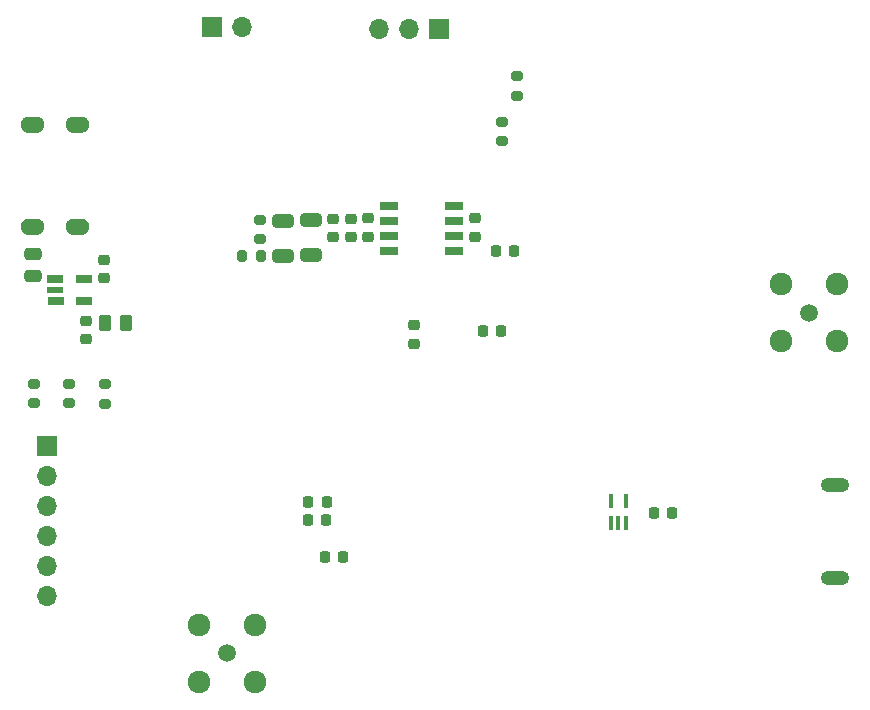
<source format=gbr>
%TF.GenerationSoftware,KiCad,Pcbnew,(6.0.2)*%
%TF.CreationDate,2022-09-17T14:06:51-08:00*%
%TF.ProjectId,HERTZ200,48455254-5a32-4303-902e-6b696361645f,VERSION 1*%
%TF.SameCoordinates,Original*%
%TF.FileFunction,Soldermask,Bot*%
%TF.FilePolarity,Negative*%
%FSLAX46Y46*%
G04 Gerber Fmt 4.6, Leading zero omitted, Abs format (unit mm)*
G04 Created by KiCad (PCBNEW (6.0.2)) date 2022-09-17 14:06:51*
%MOMM*%
%LPD*%
G01*
G04 APERTURE LIST*
G04 Aperture macros list*
%AMRoundRect*
0 Rectangle with rounded corners*
0 $1 Rounding radius*
0 $2 $3 $4 $5 $6 $7 $8 $9 X,Y pos of 4 corners*
0 Add a 4 corners polygon primitive as box body*
4,1,4,$2,$3,$4,$5,$6,$7,$8,$9,$2,$3,0*
0 Add four circle primitives for the rounded corners*
1,1,$1+$1,$2,$3*
1,1,$1+$1,$4,$5*
1,1,$1+$1,$6,$7*
1,1,$1+$1,$8,$9*
0 Add four rect primitives between the rounded corners*
20,1,$1+$1,$2,$3,$4,$5,0*
20,1,$1+$1,$4,$5,$6,$7,0*
20,1,$1+$1,$6,$7,$8,$9,0*
20,1,$1+$1,$8,$9,$2,$3,0*%
G04 Aperture macros list end*
%ADD10C,0.010000*%
%ADD11C,1.508000*%
%ADD12C,1.920000*%
%ADD13R,1.700000X1.700000*%
%ADD14O,1.700000X1.700000*%
%ADD15O,2.416000X1.208000*%
%ADD16RoundRect,0.225000X-0.250000X0.225000X-0.250000X-0.225000X0.250000X-0.225000X0.250000X0.225000X0*%
%ADD17RoundRect,0.225000X0.250000X-0.225000X0.250000X0.225000X-0.250000X0.225000X-0.250000X-0.225000X0*%
%ADD18RoundRect,0.250000X-0.650000X0.325000X-0.650000X-0.325000X0.650000X-0.325000X0.650000X0.325000X0*%
%ADD19RoundRect,0.200000X0.275000X-0.200000X0.275000X0.200000X-0.275000X0.200000X-0.275000X-0.200000X0*%
%ADD20RoundRect,0.225000X-0.225000X-0.250000X0.225000X-0.250000X0.225000X0.250000X-0.225000X0.250000X0*%
%ADD21RoundRect,0.225000X0.225000X0.250000X-0.225000X0.250000X-0.225000X-0.250000X0.225000X-0.250000X0*%
%ADD22RoundRect,0.250000X0.262500X0.450000X-0.262500X0.450000X-0.262500X-0.450000X0.262500X-0.450000X0*%
%ADD23R,0.400000X1.230000*%
%ADD24R,1.525000X0.700000*%
%ADD25RoundRect,0.200000X-0.275000X0.200000X-0.275000X-0.200000X0.275000X-0.200000X0.275000X0.200000X0*%
%ADD26RoundRect,0.250000X-0.475000X0.250000X-0.475000X-0.250000X0.475000X-0.250000X0.475000X0.250000X0*%
%ADD27R,1.329200X0.665800*%
%ADD28R,1.350000X0.600000*%
%ADD29R,1.380000X0.665800*%
%ADD30RoundRect,0.200000X0.200000X0.275000X-0.200000X0.275000X-0.200000X-0.275000X0.200000X-0.275000X0*%
G04 APERTURE END LIST*
D10*
%TO.C,J8*%
X33759788Y-47931800D02*
X33758788Y-47897800D01*
X33758788Y-47897800D02*
X33755788Y-47863800D01*
X33755788Y-47863800D02*
X33751788Y-47829800D01*
X33751788Y-47829800D02*
X33745788Y-47796800D01*
X33745788Y-47796800D02*
X33737788Y-47763800D01*
X33737788Y-47763800D02*
X33727788Y-47730800D01*
X33727788Y-47730800D02*
X33716788Y-47698800D01*
X33716788Y-47698800D02*
X33703788Y-47667800D01*
X33703788Y-47667800D02*
X33688788Y-47636800D01*
X33688788Y-47636800D02*
X33672788Y-47606800D01*
X33672788Y-47606800D02*
X33654788Y-47577800D01*
X33654788Y-47577800D02*
X33635788Y-47549800D01*
X33635788Y-47549800D02*
X33614788Y-47522800D01*
X33614788Y-47522800D02*
X33592788Y-47496800D01*
X33592788Y-47496800D02*
X33569788Y-47471800D01*
X33569788Y-47471800D02*
X33544788Y-47448800D01*
X33544788Y-47448800D02*
X33518788Y-47426800D01*
X33518788Y-47426800D02*
X33491788Y-47405800D01*
X33491788Y-47405800D02*
X33463788Y-47386800D01*
X33463788Y-47386800D02*
X33434788Y-47368800D01*
X33434788Y-47368800D02*
X33404788Y-47352800D01*
X33404788Y-47352800D02*
X33373788Y-47337800D01*
X33373788Y-47337800D02*
X33342788Y-47324800D01*
X33342788Y-47324800D02*
X33310788Y-47313800D01*
X33310788Y-47313800D02*
X33277788Y-47303800D01*
X33277788Y-47303800D02*
X33244788Y-47295800D01*
X33244788Y-47295800D02*
X33211788Y-47289800D01*
X33211788Y-47289800D02*
X33177788Y-47285800D01*
X33177788Y-47285800D02*
X33143788Y-47282800D01*
X33143788Y-47282800D02*
X33109788Y-47281800D01*
X33109788Y-47281800D02*
X32509788Y-47281800D01*
X32509788Y-47281800D02*
X32475788Y-47282800D01*
X32475788Y-47282800D02*
X32441788Y-47285800D01*
X32441788Y-47285800D02*
X32407788Y-47289800D01*
X32407788Y-47289800D02*
X32374788Y-47295800D01*
X32374788Y-47295800D02*
X32341788Y-47303800D01*
X32341788Y-47303800D02*
X32308788Y-47313800D01*
X32308788Y-47313800D02*
X32276788Y-47324800D01*
X32276788Y-47324800D02*
X32245788Y-47337800D01*
X32245788Y-47337800D02*
X32214788Y-47352800D01*
X32214788Y-47352800D02*
X32184788Y-47368800D01*
X32184788Y-47368800D02*
X32155788Y-47386800D01*
X32155788Y-47386800D02*
X32127788Y-47405800D01*
X32127788Y-47405800D02*
X32100788Y-47426800D01*
X32100788Y-47426800D02*
X32074788Y-47448800D01*
X32074788Y-47448800D02*
X32049788Y-47471800D01*
X32049788Y-47471800D02*
X32026788Y-47496800D01*
X32026788Y-47496800D02*
X32004788Y-47522800D01*
X32004788Y-47522800D02*
X31983788Y-47549800D01*
X31983788Y-47549800D02*
X31964788Y-47577800D01*
X31964788Y-47577800D02*
X31946788Y-47606800D01*
X31946788Y-47606800D02*
X31930788Y-47636800D01*
X31930788Y-47636800D02*
X31915788Y-47667800D01*
X31915788Y-47667800D02*
X31902788Y-47698800D01*
X31902788Y-47698800D02*
X31891788Y-47730800D01*
X31891788Y-47730800D02*
X31881788Y-47763800D01*
X31881788Y-47763800D02*
X31873788Y-47796800D01*
X31873788Y-47796800D02*
X31867788Y-47829800D01*
X31867788Y-47829800D02*
X31863788Y-47863800D01*
X31863788Y-47863800D02*
X31860788Y-47897800D01*
X31860788Y-47897800D02*
X31859788Y-47931800D01*
X31859788Y-47931800D02*
X31860788Y-47965800D01*
X31860788Y-47965800D02*
X31863788Y-47999800D01*
X31863788Y-47999800D02*
X31867788Y-48033800D01*
X31867788Y-48033800D02*
X31873788Y-48066800D01*
X31873788Y-48066800D02*
X31881788Y-48099800D01*
X31881788Y-48099800D02*
X31891788Y-48132800D01*
X31891788Y-48132800D02*
X31902788Y-48164800D01*
X31902788Y-48164800D02*
X31915788Y-48195800D01*
X31915788Y-48195800D02*
X31930788Y-48226800D01*
X31930788Y-48226800D02*
X31946788Y-48256800D01*
X31946788Y-48256800D02*
X31964788Y-48285800D01*
X31964788Y-48285800D02*
X31983788Y-48313800D01*
X31983788Y-48313800D02*
X32004788Y-48340800D01*
X32004788Y-48340800D02*
X32026788Y-48366800D01*
X32026788Y-48366800D02*
X32049788Y-48391800D01*
X32049788Y-48391800D02*
X32074788Y-48414800D01*
X32074788Y-48414800D02*
X32100788Y-48436800D01*
X32100788Y-48436800D02*
X32127788Y-48457800D01*
X32127788Y-48457800D02*
X32155788Y-48476800D01*
X32155788Y-48476800D02*
X32184788Y-48494800D01*
X32184788Y-48494800D02*
X32214788Y-48510800D01*
X32214788Y-48510800D02*
X32245788Y-48525800D01*
X32245788Y-48525800D02*
X32276788Y-48538800D01*
X32276788Y-48538800D02*
X32308788Y-48549800D01*
X32308788Y-48549800D02*
X32341788Y-48559800D01*
X32341788Y-48559800D02*
X32374788Y-48567800D01*
X32374788Y-48567800D02*
X32407788Y-48573800D01*
X32407788Y-48573800D02*
X32441788Y-48577800D01*
X32441788Y-48577800D02*
X32475788Y-48580800D01*
X32475788Y-48580800D02*
X32509788Y-48581800D01*
X32509788Y-48581800D02*
X33109788Y-48581800D01*
X33109788Y-48581800D02*
X33143788Y-48580800D01*
X33143788Y-48580800D02*
X33177788Y-48577800D01*
X33177788Y-48577800D02*
X33211788Y-48573800D01*
X33211788Y-48573800D02*
X33244788Y-48567800D01*
X33244788Y-48567800D02*
X33277788Y-48559800D01*
X33277788Y-48559800D02*
X33310788Y-48549800D01*
X33310788Y-48549800D02*
X33342788Y-48538800D01*
X33342788Y-48538800D02*
X33373788Y-48525800D01*
X33373788Y-48525800D02*
X33404788Y-48510800D01*
X33404788Y-48510800D02*
X33434788Y-48494800D01*
X33434788Y-48494800D02*
X33463788Y-48476800D01*
X33463788Y-48476800D02*
X33491788Y-48457800D01*
X33491788Y-48457800D02*
X33518788Y-48436800D01*
X33518788Y-48436800D02*
X33544788Y-48414800D01*
X33544788Y-48414800D02*
X33569788Y-48391800D01*
X33569788Y-48391800D02*
X33592788Y-48366800D01*
X33592788Y-48366800D02*
X33614788Y-48340800D01*
X33614788Y-48340800D02*
X33635788Y-48313800D01*
X33635788Y-48313800D02*
X33654788Y-48285800D01*
X33654788Y-48285800D02*
X33672788Y-48256800D01*
X33672788Y-48256800D02*
X33688788Y-48226800D01*
X33688788Y-48226800D02*
X33703788Y-48195800D01*
X33703788Y-48195800D02*
X33716788Y-48164800D01*
X33716788Y-48164800D02*
X33727788Y-48132800D01*
X33727788Y-48132800D02*
X33737788Y-48099800D01*
X33737788Y-48099800D02*
X33745788Y-48066800D01*
X33745788Y-48066800D02*
X33751788Y-48033800D01*
X33751788Y-48033800D02*
X33755788Y-47999800D01*
X33755788Y-47999800D02*
X33758788Y-47965800D01*
X33758788Y-47965800D02*
X33759788Y-47931800D01*
X33759788Y-47931800D02*
X33759788Y-47931800D01*
G36*
X33143788Y-47282800D02*
G01*
X33177788Y-47285800D01*
X33211788Y-47289800D01*
X33244788Y-47295800D01*
X33277788Y-47303800D01*
X33310788Y-47313800D01*
X33342788Y-47324800D01*
X33373788Y-47337800D01*
X33404788Y-47352800D01*
X33434788Y-47368800D01*
X33463788Y-47386800D01*
X33491788Y-47405800D01*
X33518788Y-47426800D01*
X33544788Y-47448800D01*
X33569788Y-47471800D01*
X33592788Y-47496800D01*
X33614788Y-47522800D01*
X33635788Y-47549800D01*
X33654788Y-47577800D01*
X33672788Y-47606800D01*
X33688788Y-47636800D01*
X33703788Y-47667800D01*
X33716788Y-47698800D01*
X33727788Y-47730800D01*
X33737788Y-47763800D01*
X33745788Y-47796800D01*
X33751788Y-47829800D01*
X33755788Y-47863800D01*
X33758788Y-47897800D01*
X33759788Y-47931800D01*
X33758788Y-47965800D01*
X33755788Y-47999800D01*
X33751788Y-48033800D01*
X33745788Y-48066800D01*
X33737788Y-48099800D01*
X33727788Y-48132800D01*
X33716788Y-48164800D01*
X33703788Y-48195800D01*
X33688788Y-48226800D01*
X33672788Y-48256800D01*
X33654788Y-48285800D01*
X33635788Y-48313800D01*
X33614788Y-48340800D01*
X33592788Y-48366800D01*
X33569788Y-48391800D01*
X33544788Y-48414800D01*
X33518788Y-48436800D01*
X33491788Y-48457800D01*
X33463788Y-48476800D01*
X33434788Y-48494800D01*
X33404788Y-48510800D01*
X33373788Y-48525800D01*
X33342788Y-48538800D01*
X33310788Y-48549800D01*
X33277788Y-48559800D01*
X33244788Y-48567800D01*
X33211788Y-48573800D01*
X33177788Y-48577800D01*
X33143788Y-48580800D01*
X33109788Y-48581800D01*
X32509788Y-48581800D01*
X32475788Y-48580800D01*
X32441788Y-48577800D01*
X32407788Y-48573800D01*
X32374788Y-48567800D01*
X32341788Y-48559800D01*
X32308788Y-48549800D01*
X32276788Y-48538800D01*
X32245788Y-48525800D01*
X32214788Y-48510800D01*
X32184788Y-48494800D01*
X32155788Y-48476800D01*
X32127788Y-48457800D01*
X32100788Y-48436800D01*
X32074788Y-48414800D01*
X32049788Y-48391800D01*
X32026788Y-48366800D01*
X32004788Y-48340800D01*
X31983788Y-48313800D01*
X31964788Y-48285800D01*
X31946788Y-48256800D01*
X31930788Y-48226800D01*
X31915788Y-48195800D01*
X31902788Y-48164800D01*
X31891788Y-48132800D01*
X31881788Y-48099800D01*
X31873788Y-48066800D01*
X31867788Y-48033800D01*
X31863788Y-47999800D01*
X31860788Y-47965800D01*
X31859788Y-47931800D01*
X31860788Y-47897800D01*
X31863788Y-47863800D01*
X31867788Y-47829800D01*
X31873788Y-47796800D01*
X31881788Y-47763800D01*
X31891788Y-47730800D01*
X31902788Y-47698800D01*
X31915788Y-47667800D01*
X31930788Y-47636800D01*
X31946788Y-47606800D01*
X31964788Y-47577800D01*
X31983788Y-47549800D01*
X32004788Y-47522800D01*
X32026788Y-47496800D01*
X32049788Y-47471800D01*
X32074788Y-47448800D01*
X32100788Y-47426800D01*
X32127788Y-47405800D01*
X32155788Y-47386800D01*
X32184788Y-47368800D01*
X32214788Y-47352800D01*
X32245788Y-47337800D01*
X32276788Y-47324800D01*
X32308788Y-47313800D01*
X32341788Y-47303800D01*
X32374788Y-47295800D01*
X32407788Y-47289800D01*
X32441788Y-47285800D01*
X32475788Y-47282800D01*
X32509788Y-47281800D01*
X33109788Y-47281800D01*
X33143788Y-47282800D01*
G37*
X33143788Y-47282800D02*
X33177788Y-47285800D01*
X33211788Y-47289800D01*
X33244788Y-47295800D01*
X33277788Y-47303800D01*
X33310788Y-47313800D01*
X33342788Y-47324800D01*
X33373788Y-47337800D01*
X33404788Y-47352800D01*
X33434788Y-47368800D01*
X33463788Y-47386800D01*
X33491788Y-47405800D01*
X33518788Y-47426800D01*
X33544788Y-47448800D01*
X33569788Y-47471800D01*
X33592788Y-47496800D01*
X33614788Y-47522800D01*
X33635788Y-47549800D01*
X33654788Y-47577800D01*
X33672788Y-47606800D01*
X33688788Y-47636800D01*
X33703788Y-47667800D01*
X33716788Y-47698800D01*
X33727788Y-47730800D01*
X33737788Y-47763800D01*
X33745788Y-47796800D01*
X33751788Y-47829800D01*
X33755788Y-47863800D01*
X33758788Y-47897800D01*
X33759788Y-47931800D01*
X33758788Y-47965800D01*
X33755788Y-47999800D01*
X33751788Y-48033800D01*
X33745788Y-48066800D01*
X33737788Y-48099800D01*
X33727788Y-48132800D01*
X33716788Y-48164800D01*
X33703788Y-48195800D01*
X33688788Y-48226800D01*
X33672788Y-48256800D01*
X33654788Y-48285800D01*
X33635788Y-48313800D01*
X33614788Y-48340800D01*
X33592788Y-48366800D01*
X33569788Y-48391800D01*
X33544788Y-48414800D01*
X33518788Y-48436800D01*
X33491788Y-48457800D01*
X33463788Y-48476800D01*
X33434788Y-48494800D01*
X33404788Y-48510800D01*
X33373788Y-48525800D01*
X33342788Y-48538800D01*
X33310788Y-48549800D01*
X33277788Y-48559800D01*
X33244788Y-48567800D01*
X33211788Y-48573800D01*
X33177788Y-48577800D01*
X33143788Y-48580800D01*
X33109788Y-48581800D01*
X32509788Y-48581800D01*
X32475788Y-48580800D01*
X32441788Y-48577800D01*
X32407788Y-48573800D01*
X32374788Y-48567800D01*
X32341788Y-48559800D01*
X32308788Y-48549800D01*
X32276788Y-48538800D01*
X32245788Y-48525800D01*
X32214788Y-48510800D01*
X32184788Y-48494800D01*
X32155788Y-48476800D01*
X32127788Y-48457800D01*
X32100788Y-48436800D01*
X32074788Y-48414800D01*
X32049788Y-48391800D01*
X32026788Y-48366800D01*
X32004788Y-48340800D01*
X31983788Y-48313800D01*
X31964788Y-48285800D01*
X31946788Y-48256800D01*
X31930788Y-48226800D01*
X31915788Y-48195800D01*
X31902788Y-48164800D01*
X31891788Y-48132800D01*
X31881788Y-48099800D01*
X31873788Y-48066800D01*
X31867788Y-48033800D01*
X31863788Y-47999800D01*
X31860788Y-47965800D01*
X31859788Y-47931800D01*
X31860788Y-47897800D01*
X31863788Y-47863800D01*
X31867788Y-47829800D01*
X31873788Y-47796800D01*
X31881788Y-47763800D01*
X31891788Y-47730800D01*
X31902788Y-47698800D01*
X31915788Y-47667800D01*
X31930788Y-47636800D01*
X31946788Y-47606800D01*
X31964788Y-47577800D01*
X31983788Y-47549800D01*
X32004788Y-47522800D01*
X32026788Y-47496800D01*
X32049788Y-47471800D01*
X32074788Y-47448800D01*
X32100788Y-47426800D01*
X32127788Y-47405800D01*
X32155788Y-47386800D01*
X32184788Y-47368800D01*
X32214788Y-47352800D01*
X32245788Y-47337800D01*
X32276788Y-47324800D01*
X32308788Y-47313800D01*
X32341788Y-47303800D01*
X32374788Y-47295800D01*
X32407788Y-47289800D01*
X32441788Y-47285800D01*
X32475788Y-47282800D01*
X32509788Y-47281800D01*
X33109788Y-47281800D01*
X33143788Y-47282800D01*
X37559788Y-39291800D02*
X37558788Y-39257800D01*
X37558788Y-39257800D02*
X37555788Y-39223800D01*
X37555788Y-39223800D02*
X37551788Y-39189800D01*
X37551788Y-39189800D02*
X37545788Y-39156800D01*
X37545788Y-39156800D02*
X37537788Y-39123800D01*
X37537788Y-39123800D02*
X37527788Y-39090800D01*
X37527788Y-39090800D02*
X37516788Y-39058800D01*
X37516788Y-39058800D02*
X37503788Y-39027800D01*
X37503788Y-39027800D02*
X37488788Y-38996800D01*
X37488788Y-38996800D02*
X37472788Y-38966800D01*
X37472788Y-38966800D02*
X37454788Y-38937800D01*
X37454788Y-38937800D02*
X37435788Y-38909800D01*
X37435788Y-38909800D02*
X37414788Y-38882800D01*
X37414788Y-38882800D02*
X37392788Y-38856800D01*
X37392788Y-38856800D02*
X37369788Y-38831800D01*
X37369788Y-38831800D02*
X37344788Y-38808800D01*
X37344788Y-38808800D02*
X37318788Y-38786800D01*
X37318788Y-38786800D02*
X37291788Y-38765800D01*
X37291788Y-38765800D02*
X37263788Y-38746800D01*
X37263788Y-38746800D02*
X37234788Y-38728800D01*
X37234788Y-38728800D02*
X37204788Y-38712800D01*
X37204788Y-38712800D02*
X37173788Y-38697800D01*
X37173788Y-38697800D02*
X37142788Y-38684800D01*
X37142788Y-38684800D02*
X37110788Y-38673800D01*
X37110788Y-38673800D02*
X37077788Y-38663800D01*
X37077788Y-38663800D02*
X37044788Y-38655800D01*
X37044788Y-38655800D02*
X37011788Y-38649800D01*
X37011788Y-38649800D02*
X36977788Y-38645800D01*
X36977788Y-38645800D02*
X36943788Y-38642800D01*
X36943788Y-38642800D02*
X36909788Y-38641800D01*
X36909788Y-38641800D02*
X36309788Y-38641800D01*
X36309788Y-38641800D02*
X36275788Y-38642800D01*
X36275788Y-38642800D02*
X36241788Y-38645800D01*
X36241788Y-38645800D02*
X36207788Y-38649800D01*
X36207788Y-38649800D02*
X36174788Y-38655800D01*
X36174788Y-38655800D02*
X36141788Y-38663800D01*
X36141788Y-38663800D02*
X36108788Y-38673800D01*
X36108788Y-38673800D02*
X36076788Y-38684800D01*
X36076788Y-38684800D02*
X36045788Y-38697800D01*
X36045788Y-38697800D02*
X36014788Y-38712800D01*
X36014788Y-38712800D02*
X35984788Y-38728800D01*
X35984788Y-38728800D02*
X35955788Y-38746800D01*
X35955788Y-38746800D02*
X35927788Y-38765800D01*
X35927788Y-38765800D02*
X35900788Y-38786800D01*
X35900788Y-38786800D02*
X35874788Y-38808800D01*
X35874788Y-38808800D02*
X35849788Y-38831800D01*
X35849788Y-38831800D02*
X35826788Y-38856800D01*
X35826788Y-38856800D02*
X35804788Y-38882800D01*
X35804788Y-38882800D02*
X35783788Y-38909800D01*
X35783788Y-38909800D02*
X35764788Y-38937800D01*
X35764788Y-38937800D02*
X35746788Y-38966800D01*
X35746788Y-38966800D02*
X35730788Y-38996800D01*
X35730788Y-38996800D02*
X35715788Y-39027800D01*
X35715788Y-39027800D02*
X35702788Y-39058800D01*
X35702788Y-39058800D02*
X35691788Y-39090800D01*
X35691788Y-39090800D02*
X35681788Y-39123800D01*
X35681788Y-39123800D02*
X35673788Y-39156800D01*
X35673788Y-39156800D02*
X35667788Y-39189800D01*
X35667788Y-39189800D02*
X35663788Y-39223800D01*
X35663788Y-39223800D02*
X35660788Y-39257800D01*
X35660788Y-39257800D02*
X35659788Y-39291800D01*
X35659788Y-39291800D02*
X35660788Y-39325800D01*
X35660788Y-39325800D02*
X35663788Y-39359800D01*
X35663788Y-39359800D02*
X35667788Y-39393800D01*
X35667788Y-39393800D02*
X35673788Y-39426800D01*
X35673788Y-39426800D02*
X35681788Y-39459800D01*
X35681788Y-39459800D02*
X35691788Y-39492800D01*
X35691788Y-39492800D02*
X35702788Y-39524800D01*
X35702788Y-39524800D02*
X35715788Y-39555800D01*
X35715788Y-39555800D02*
X35730788Y-39586800D01*
X35730788Y-39586800D02*
X35746788Y-39616800D01*
X35746788Y-39616800D02*
X35764788Y-39645800D01*
X35764788Y-39645800D02*
X35783788Y-39673800D01*
X35783788Y-39673800D02*
X35804788Y-39700800D01*
X35804788Y-39700800D02*
X35826788Y-39726800D01*
X35826788Y-39726800D02*
X35849788Y-39751800D01*
X35849788Y-39751800D02*
X35874788Y-39774800D01*
X35874788Y-39774800D02*
X35900788Y-39796800D01*
X35900788Y-39796800D02*
X35927788Y-39817800D01*
X35927788Y-39817800D02*
X35955788Y-39836800D01*
X35955788Y-39836800D02*
X35984788Y-39854800D01*
X35984788Y-39854800D02*
X36014788Y-39870800D01*
X36014788Y-39870800D02*
X36045788Y-39885800D01*
X36045788Y-39885800D02*
X36076788Y-39898800D01*
X36076788Y-39898800D02*
X36108788Y-39909800D01*
X36108788Y-39909800D02*
X36141788Y-39919800D01*
X36141788Y-39919800D02*
X36174788Y-39927800D01*
X36174788Y-39927800D02*
X36207788Y-39933800D01*
X36207788Y-39933800D02*
X36241788Y-39937800D01*
X36241788Y-39937800D02*
X36275788Y-39940800D01*
X36275788Y-39940800D02*
X36309788Y-39941800D01*
X36309788Y-39941800D02*
X36909788Y-39941800D01*
X36909788Y-39941800D02*
X36943788Y-39940800D01*
X36943788Y-39940800D02*
X36977788Y-39937800D01*
X36977788Y-39937800D02*
X37011788Y-39933800D01*
X37011788Y-39933800D02*
X37044788Y-39927800D01*
X37044788Y-39927800D02*
X37077788Y-39919800D01*
X37077788Y-39919800D02*
X37110788Y-39909800D01*
X37110788Y-39909800D02*
X37142788Y-39898800D01*
X37142788Y-39898800D02*
X37173788Y-39885800D01*
X37173788Y-39885800D02*
X37204788Y-39870800D01*
X37204788Y-39870800D02*
X37234788Y-39854800D01*
X37234788Y-39854800D02*
X37263788Y-39836800D01*
X37263788Y-39836800D02*
X37291788Y-39817800D01*
X37291788Y-39817800D02*
X37318788Y-39796800D01*
X37318788Y-39796800D02*
X37344788Y-39774800D01*
X37344788Y-39774800D02*
X37369788Y-39751800D01*
X37369788Y-39751800D02*
X37392788Y-39726800D01*
X37392788Y-39726800D02*
X37414788Y-39700800D01*
X37414788Y-39700800D02*
X37435788Y-39673800D01*
X37435788Y-39673800D02*
X37454788Y-39645800D01*
X37454788Y-39645800D02*
X37472788Y-39616800D01*
X37472788Y-39616800D02*
X37488788Y-39586800D01*
X37488788Y-39586800D02*
X37503788Y-39555800D01*
X37503788Y-39555800D02*
X37516788Y-39524800D01*
X37516788Y-39524800D02*
X37527788Y-39492800D01*
X37527788Y-39492800D02*
X37537788Y-39459800D01*
X37537788Y-39459800D02*
X37545788Y-39426800D01*
X37545788Y-39426800D02*
X37551788Y-39393800D01*
X37551788Y-39393800D02*
X37555788Y-39359800D01*
X37555788Y-39359800D02*
X37558788Y-39325800D01*
X37558788Y-39325800D02*
X37559788Y-39291800D01*
X37559788Y-39291800D02*
X37559788Y-39291800D01*
G36*
X36943788Y-38642800D02*
G01*
X36977788Y-38645800D01*
X37011788Y-38649800D01*
X37044788Y-38655800D01*
X37077788Y-38663800D01*
X37110788Y-38673800D01*
X37142788Y-38684800D01*
X37173788Y-38697800D01*
X37204788Y-38712800D01*
X37234788Y-38728800D01*
X37263788Y-38746800D01*
X37291788Y-38765800D01*
X37318788Y-38786800D01*
X37344788Y-38808800D01*
X37369788Y-38831800D01*
X37392788Y-38856800D01*
X37414788Y-38882800D01*
X37435788Y-38909800D01*
X37454788Y-38937800D01*
X37472788Y-38966800D01*
X37488788Y-38996800D01*
X37503788Y-39027800D01*
X37516788Y-39058800D01*
X37527788Y-39090800D01*
X37537788Y-39123800D01*
X37545788Y-39156800D01*
X37551788Y-39189800D01*
X37555788Y-39223800D01*
X37558788Y-39257800D01*
X37559788Y-39291800D01*
X37558788Y-39325800D01*
X37555788Y-39359800D01*
X37551788Y-39393800D01*
X37545788Y-39426800D01*
X37537788Y-39459800D01*
X37527788Y-39492800D01*
X37516788Y-39524800D01*
X37503788Y-39555800D01*
X37488788Y-39586800D01*
X37472788Y-39616800D01*
X37454788Y-39645800D01*
X37435788Y-39673800D01*
X37414788Y-39700800D01*
X37392788Y-39726800D01*
X37369788Y-39751800D01*
X37344788Y-39774800D01*
X37318788Y-39796800D01*
X37291788Y-39817800D01*
X37263788Y-39836800D01*
X37234788Y-39854800D01*
X37204788Y-39870800D01*
X37173788Y-39885800D01*
X37142788Y-39898800D01*
X37110788Y-39909800D01*
X37077788Y-39919800D01*
X37044788Y-39927800D01*
X37011788Y-39933800D01*
X36977788Y-39937800D01*
X36943788Y-39940800D01*
X36909788Y-39941800D01*
X36309788Y-39941800D01*
X36275788Y-39940800D01*
X36241788Y-39937800D01*
X36207788Y-39933800D01*
X36174788Y-39927800D01*
X36141788Y-39919800D01*
X36108788Y-39909800D01*
X36076788Y-39898800D01*
X36045788Y-39885800D01*
X36014788Y-39870800D01*
X35984788Y-39854800D01*
X35955788Y-39836800D01*
X35927788Y-39817800D01*
X35900788Y-39796800D01*
X35874788Y-39774800D01*
X35849788Y-39751800D01*
X35826788Y-39726800D01*
X35804788Y-39700800D01*
X35783788Y-39673800D01*
X35764788Y-39645800D01*
X35746788Y-39616800D01*
X35730788Y-39586800D01*
X35715788Y-39555800D01*
X35702788Y-39524800D01*
X35691788Y-39492800D01*
X35681788Y-39459800D01*
X35673788Y-39426800D01*
X35667788Y-39393800D01*
X35663788Y-39359800D01*
X35660788Y-39325800D01*
X35659788Y-39291800D01*
X35660788Y-39257800D01*
X35663788Y-39223800D01*
X35667788Y-39189800D01*
X35673788Y-39156800D01*
X35681788Y-39123800D01*
X35691788Y-39090800D01*
X35702788Y-39058800D01*
X35715788Y-39027800D01*
X35730788Y-38996800D01*
X35746788Y-38966800D01*
X35764788Y-38937800D01*
X35783788Y-38909800D01*
X35804788Y-38882800D01*
X35826788Y-38856800D01*
X35849788Y-38831800D01*
X35874788Y-38808800D01*
X35900788Y-38786800D01*
X35927788Y-38765800D01*
X35955788Y-38746800D01*
X35984788Y-38728800D01*
X36014788Y-38712800D01*
X36045788Y-38697800D01*
X36076788Y-38684800D01*
X36108788Y-38673800D01*
X36141788Y-38663800D01*
X36174788Y-38655800D01*
X36207788Y-38649800D01*
X36241788Y-38645800D01*
X36275788Y-38642800D01*
X36309788Y-38641800D01*
X36909788Y-38641800D01*
X36943788Y-38642800D01*
G37*
X36943788Y-38642800D02*
X36977788Y-38645800D01*
X37011788Y-38649800D01*
X37044788Y-38655800D01*
X37077788Y-38663800D01*
X37110788Y-38673800D01*
X37142788Y-38684800D01*
X37173788Y-38697800D01*
X37204788Y-38712800D01*
X37234788Y-38728800D01*
X37263788Y-38746800D01*
X37291788Y-38765800D01*
X37318788Y-38786800D01*
X37344788Y-38808800D01*
X37369788Y-38831800D01*
X37392788Y-38856800D01*
X37414788Y-38882800D01*
X37435788Y-38909800D01*
X37454788Y-38937800D01*
X37472788Y-38966800D01*
X37488788Y-38996800D01*
X37503788Y-39027800D01*
X37516788Y-39058800D01*
X37527788Y-39090800D01*
X37537788Y-39123800D01*
X37545788Y-39156800D01*
X37551788Y-39189800D01*
X37555788Y-39223800D01*
X37558788Y-39257800D01*
X37559788Y-39291800D01*
X37558788Y-39325800D01*
X37555788Y-39359800D01*
X37551788Y-39393800D01*
X37545788Y-39426800D01*
X37537788Y-39459800D01*
X37527788Y-39492800D01*
X37516788Y-39524800D01*
X37503788Y-39555800D01*
X37488788Y-39586800D01*
X37472788Y-39616800D01*
X37454788Y-39645800D01*
X37435788Y-39673800D01*
X37414788Y-39700800D01*
X37392788Y-39726800D01*
X37369788Y-39751800D01*
X37344788Y-39774800D01*
X37318788Y-39796800D01*
X37291788Y-39817800D01*
X37263788Y-39836800D01*
X37234788Y-39854800D01*
X37204788Y-39870800D01*
X37173788Y-39885800D01*
X37142788Y-39898800D01*
X37110788Y-39909800D01*
X37077788Y-39919800D01*
X37044788Y-39927800D01*
X37011788Y-39933800D01*
X36977788Y-39937800D01*
X36943788Y-39940800D01*
X36909788Y-39941800D01*
X36309788Y-39941800D01*
X36275788Y-39940800D01*
X36241788Y-39937800D01*
X36207788Y-39933800D01*
X36174788Y-39927800D01*
X36141788Y-39919800D01*
X36108788Y-39909800D01*
X36076788Y-39898800D01*
X36045788Y-39885800D01*
X36014788Y-39870800D01*
X35984788Y-39854800D01*
X35955788Y-39836800D01*
X35927788Y-39817800D01*
X35900788Y-39796800D01*
X35874788Y-39774800D01*
X35849788Y-39751800D01*
X35826788Y-39726800D01*
X35804788Y-39700800D01*
X35783788Y-39673800D01*
X35764788Y-39645800D01*
X35746788Y-39616800D01*
X35730788Y-39586800D01*
X35715788Y-39555800D01*
X35702788Y-39524800D01*
X35691788Y-39492800D01*
X35681788Y-39459800D01*
X35673788Y-39426800D01*
X35667788Y-39393800D01*
X35663788Y-39359800D01*
X35660788Y-39325800D01*
X35659788Y-39291800D01*
X35660788Y-39257800D01*
X35663788Y-39223800D01*
X35667788Y-39189800D01*
X35673788Y-39156800D01*
X35681788Y-39123800D01*
X35691788Y-39090800D01*
X35702788Y-39058800D01*
X35715788Y-39027800D01*
X35730788Y-38996800D01*
X35746788Y-38966800D01*
X35764788Y-38937800D01*
X35783788Y-38909800D01*
X35804788Y-38882800D01*
X35826788Y-38856800D01*
X35849788Y-38831800D01*
X35874788Y-38808800D01*
X35900788Y-38786800D01*
X35927788Y-38765800D01*
X35955788Y-38746800D01*
X35984788Y-38728800D01*
X36014788Y-38712800D01*
X36045788Y-38697800D01*
X36076788Y-38684800D01*
X36108788Y-38673800D01*
X36141788Y-38663800D01*
X36174788Y-38655800D01*
X36207788Y-38649800D01*
X36241788Y-38645800D01*
X36275788Y-38642800D01*
X36309788Y-38641800D01*
X36909788Y-38641800D01*
X36943788Y-38642800D01*
X37559788Y-47931800D02*
X37558788Y-47897800D01*
X37558788Y-47897800D02*
X37555788Y-47863800D01*
X37555788Y-47863800D02*
X37551788Y-47829800D01*
X37551788Y-47829800D02*
X37545788Y-47796800D01*
X37545788Y-47796800D02*
X37537788Y-47763800D01*
X37537788Y-47763800D02*
X37527788Y-47730800D01*
X37527788Y-47730800D02*
X37516788Y-47698800D01*
X37516788Y-47698800D02*
X37503788Y-47667800D01*
X37503788Y-47667800D02*
X37488788Y-47636800D01*
X37488788Y-47636800D02*
X37472788Y-47606800D01*
X37472788Y-47606800D02*
X37454788Y-47577800D01*
X37454788Y-47577800D02*
X37435788Y-47549800D01*
X37435788Y-47549800D02*
X37414788Y-47522800D01*
X37414788Y-47522800D02*
X37392788Y-47496800D01*
X37392788Y-47496800D02*
X37369788Y-47471800D01*
X37369788Y-47471800D02*
X37344788Y-47448800D01*
X37344788Y-47448800D02*
X37318788Y-47426800D01*
X37318788Y-47426800D02*
X37291788Y-47405800D01*
X37291788Y-47405800D02*
X37263788Y-47386800D01*
X37263788Y-47386800D02*
X37234788Y-47368800D01*
X37234788Y-47368800D02*
X37204788Y-47352800D01*
X37204788Y-47352800D02*
X37173788Y-47337800D01*
X37173788Y-47337800D02*
X37142788Y-47324800D01*
X37142788Y-47324800D02*
X37110788Y-47313800D01*
X37110788Y-47313800D02*
X37077788Y-47303800D01*
X37077788Y-47303800D02*
X37044788Y-47295800D01*
X37044788Y-47295800D02*
X37011788Y-47289800D01*
X37011788Y-47289800D02*
X36977788Y-47285800D01*
X36977788Y-47285800D02*
X36943788Y-47282800D01*
X36943788Y-47282800D02*
X36909788Y-47281800D01*
X36909788Y-47281800D02*
X36309788Y-47281800D01*
X36309788Y-47281800D02*
X36275788Y-47282800D01*
X36275788Y-47282800D02*
X36241788Y-47285800D01*
X36241788Y-47285800D02*
X36207788Y-47289800D01*
X36207788Y-47289800D02*
X36174788Y-47295800D01*
X36174788Y-47295800D02*
X36141788Y-47303800D01*
X36141788Y-47303800D02*
X36108788Y-47313800D01*
X36108788Y-47313800D02*
X36076788Y-47324800D01*
X36076788Y-47324800D02*
X36045788Y-47337800D01*
X36045788Y-47337800D02*
X36014788Y-47352800D01*
X36014788Y-47352800D02*
X35984788Y-47368800D01*
X35984788Y-47368800D02*
X35955788Y-47386800D01*
X35955788Y-47386800D02*
X35927788Y-47405800D01*
X35927788Y-47405800D02*
X35900788Y-47426800D01*
X35900788Y-47426800D02*
X35874788Y-47448800D01*
X35874788Y-47448800D02*
X35849788Y-47471800D01*
X35849788Y-47471800D02*
X35826788Y-47496800D01*
X35826788Y-47496800D02*
X35804788Y-47522800D01*
X35804788Y-47522800D02*
X35783788Y-47549800D01*
X35783788Y-47549800D02*
X35764788Y-47577800D01*
X35764788Y-47577800D02*
X35746788Y-47606800D01*
X35746788Y-47606800D02*
X35730788Y-47636800D01*
X35730788Y-47636800D02*
X35715788Y-47667800D01*
X35715788Y-47667800D02*
X35702788Y-47698800D01*
X35702788Y-47698800D02*
X35691788Y-47730800D01*
X35691788Y-47730800D02*
X35681788Y-47763800D01*
X35681788Y-47763800D02*
X35673788Y-47796800D01*
X35673788Y-47796800D02*
X35667788Y-47829800D01*
X35667788Y-47829800D02*
X35663788Y-47863800D01*
X35663788Y-47863800D02*
X35660788Y-47897800D01*
X35660788Y-47897800D02*
X35659788Y-47931800D01*
X35659788Y-47931800D02*
X35660788Y-47965800D01*
X35660788Y-47965800D02*
X35663788Y-47999800D01*
X35663788Y-47999800D02*
X35667788Y-48033800D01*
X35667788Y-48033800D02*
X35673788Y-48066800D01*
X35673788Y-48066800D02*
X35681788Y-48099800D01*
X35681788Y-48099800D02*
X35691788Y-48132800D01*
X35691788Y-48132800D02*
X35702788Y-48164800D01*
X35702788Y-48164800D02*
X35715788Y-48195800D01*
X35715788Y-48195800D02*
X35730788Y-48226800D01*
X35730788Y-48226800D02*
X35746788Y-48256800D01*
X35746788Y-48256800D02*
X35764788Y-48285800D01*
X35764788Y-48285800D02*
X35783788Y-48313800D01*
X35783788Y-48313800D02*
X35804788Y-48340800D01*
X35804788Y-48340800D02*
X35826788Y-48366800D01*
X35826788Y-48366800D02*
X35849788Y-48391800D01*
X35849788Y-48391800D02*
X35874788Y-48414800D01*
X35874788Y-48414800D02*
X35900788Y-48436800D01*
X35900788Y-48436800D02*
X35927788Y-48457800D01*
X35927788Y-48457800D02*
X35955788Y-48476800D01*
X35955788Y-48476800D02*
X35984788Y-48494800D01*
X35984788Y-48494800D02*
X36014788Y-48510800D01*
X36014788Y-48510800D02*
X36045788Y-48525800D01*
X36045788Y-48525800D02*
X36076788Y-48538800D01*
X36076788Y-48538800D02*
X36108788Y-48549800D01*
X36108788Y-48549800D02*
X36141788Y-48559800D01*
X36141788Y-48559800D02*
X36174788Y-48567800D01*
X36174788Y-48567800D02*
X36207788Y-48573800D01*
X36207788Y-48573800D02*
X36241788Y-48577800D01*
X36241788Y-48577800D02*
X36275788Y-48580800D01*
X36275788Y-48580800D02*
X36309788Y-48581800D01*
X36309788Y-48581800D02*
X36909788Y-48581800D01*
X36909788Y-48581800D02*
X36943788Y-48580800D01*
X36943788Y-48580800D02*
X36977788Y-48577800D01*
X36977788Y-48577800D02*
X37011788Y-48573800D01*
X37011788Y-48573800D02*
X37044788Y-48567800D01*
X37044788Y-48567800D02*
X37077788Y-48559800D01*
X37077788Y-48559800D02*
X37110788Y-48549800D01*
X37110788Y-48549800D02*
X37142788Y-48538800D01*
X37142788Y-48538800D02*
X37173788Y-48525800D01*
X37173788Y-48525800D02*
X37204788Y-48510800D01*
X37204788Y-48510800D02*
X37234788Y-48494800D01*
X37234788Y-48494800D02*
X37263788Y-48476800D01*
X37263788Y-48476800D02*
X37291788Y-48457800D01*
X37291788Y-48457800D02*
X37318788Y-48436800D01*
X37318788Y-48436800D02*
X37344788Y-48414800D01*
X37344788Y-48414800D02*
X37369788Y-48391800D01*
X37369788Y-48391800D02*
X37392788Y-48366800D01*
X37392788Y-48366800D02*
X37414788Y-48340800D01*
X37414788Y-48340800D02*
X37435788Y-48313800D01*
X37435788Y-48313800D02*
X37454788Y-48285800D01*
X37454788Y-48285800D02*
X37472788Y-48256800D01*
X37472788Y-48256800D02*
X37488788Y-48226800D01*
X37488788Y-48226800D02*
X37503788Y-48195800D01*
X37503788Y-48195800D02*
X37516788Y-48164800D01*
X37516788Y-48164800D02*
X37527788Y-48132800D01*
X37527788Y-48132800D02*
X37537788Y-48099800D01*
X37537788Y-48099800D02*
X37545788Y-48066800D01*
X37545788Y-48066800D02*
X37551788Y-48033800D01*
X37551788Y-48033800D02*
X37555788Y-47999800D01*
X37555788Y-47999800D02*
X37558788Y-47965800D01*
X37558788Y-47965800D02*
X37559788Y-47931800D01*
X37559788Y-47931800D02*
X37559788Y-47931800D01*
G36*
X36943788Y-47282800D02*
G01*
X36977788Y-47285800D01*
X37011788Y-47289800D01*
X37044788Y-47295800D01*
X37077788Y-47303800D01*
X37110788Y-47313800D01*
X37142788Y-47324800D01*
X37173788Y-47337800D01*
X37204788Y-47352800D01*
X37234788Y-47368800D01*
X37263788Y-47386800D01*
X37291788Y-47405800D01*
X37318788Y-47426800D01*
X37344788Y-47448800D01*
X37369788Y-47471800D01*
X37392788Y-47496800D01*
X37414788Y-47522800D01*
X37435788Y-47549800D01*
X37454788Y-47577800D01*
X37472788Y-47606800D01*
X37488788Y-47636800D01*
X37503788Y-47667800D01*
X37516788Y-47698800D01*
X37527788Y-47730800D01*
X37537788Y-47763800D01*
X37545788Y-47796800D01*
X37551788Y-47829800D01*
X37555788Y-47863800D01*
X37558788Y-47897800D01*
X37559788Y-47931800D01*
X37558788Y-47965800D01*
X37555788Y-47999800D01*
X37551788Y-48033800D01*
X37545788Y-48066800D01*
X37537788Y-48099800D01*
X37527788Y-48132800D01*
X37516788Y-48164800D01*
X37503788Y-48195800D01*
X37488788Y-48226800D01*
X37472788Y-48256800D01*
X37454788Y-48285800D01*
X37435788Y-48313800D01*
X37414788Y-48340800D01*
X37392788Y-48366800D01*
X37369788Y-48391800D01*
X37344788Y-48414800D01*
X37318788Y-48436800D01*
X37291788Y-48457800D01*
X37263788Y-48476800D01*
X37234788Y-48494800D01*
X37204788Y-48510800D01*
X37173788Y-48525800D01*
X37142788Y-48538800D01*
X37110788Y-48549800D01*
X37077788Y-48559800D01*
X37044788Y-48567800D01*
X37011788Y-48573800D01*
X36977788Y-48577800D01*
X36943788Y-48580800D01*
X36909788Y-48581800D01*
X36309788Y-48581800D01*
X36275788Y-48580800D01*
X36241788Y-48577800D01*
X36207788Y-48573800D01*
X36174788Y-48567800D01*
X36141788Y-48559800D01*
X36108788Y-48549800D01*
X36076788Y-48538800D01*
X36045788Y-48525800D01*
X36014788Y-48510800D01*
X35984788Y-48494800D01*
X35955788Y-48476800D01*
X35927788Y-48457800D01*
X35900788Y-48436800D01*
X35874788Y-48414800D01*
X35849788Y-48391800D01*
X35826788Y-48366800D01*
X35804788Y-48340800D01*
X35783788Y-48313800D01*
X35764788Y-48285800D01*
X35746788Y-48256800D01*
X35730788Y-48226800D01*
X35715788Y-48195800D01*
X35702788Y-48164800D01*
X35691788Y-48132800D01*
X35681788Y-48099800D01*
X35673788Y-48066800D01*
X35667788Y-48033800D01*
X35663788Y-47999800D01*
X35660788Y-47965800D01*
X35659788Y-47931800D01*
X35660788Y-47897800D01*
X35663788Y-47863800D01*
X35667788Y-47829800D01*
X35673788Y-47796800D01*
X35681788Y-47763800D01*
X35691788Y-47730800D01*
X35702788Y-47698800D01*
X35715788Y-47667800D01*
X35730788Y-47636800D01*
X35746788Y-47606800D01*
X35764788Y-47577800D01*
X35783788Y-47549800D01*
X35804788Y-47522800D01*
X35826788Y-47496800D01*
X35849788Y-47471800D01*
X35874788Y-47448800D01*
X35900788Y-47426800D01*
X35927788Y-47405800D01*
X35955788Y-47386800D01*
X35984788Y-47368800D01*
X36014788Y-47352800D01*
X36045788Y-47337800D01*
X36076788Y-47324800D01*
X36108788Y-47313800D01*
X36141788Y-47303800D01*
X36174788Y-47295800D01*
X36207788Y-47289800D01*
X36241788Y-47285800D01*
X36275788Y-47282800D01*
X36309788Y-47281800D01*
X36909788Y-47281800D01*
X36943788Y-47282800D01*
G37*
X36943788Y-47282800D02*
X36977788Y-47285800D01*
X37011788Y-47289800D01*
X37044788Y-47295800D01*
X37077788Y-47303800D01*
X37110788Y-47313800D01*
X37142788Y-47324800D01*
X37173788Y-47337800D01*
X37204788Y-47352800D01*
X37234788Y-47368800D01*
X37263788Y-47386800D01*
X37291788Y-47405800D01*
X37318788Y-47426800D01*
X37344788Y-47448800D01*
X37369788Y-47471800D01*
X37392788Y-47496800D01*
X37414788Y-47522800D01*
X37435788Y-47549800D01*
X37454788Y-47577800D01*
X37472788Y-47606800D01*
X37488788Y-47636800D01*
X37503788Y-47667800D01*
X37516788Y-47698800D01*
X37527788Y-47730800D01*
X37537788Y-47763800D01*
X37545788Y-47796800D01*
X37551788Y-47829800D01*
X37555788Y-47863800D01*
X37558788Y-47897800D01*
X37559788Y-47931800D01*
X37558788Y-47965800D01*
X37555788Y-47999800D01*
X37551788Y-48033800D01*
X37545788Y-48066800D01*
X37537788Y-48099800D01*
X37527788Y-48132800D01*
X37516788Y-48164800D01*
X37503788Y-48195800D01*
X37488788Y-48226800D01*
X37472788Y-48256800D01*
X37454788Y-48285800D01*
X37435788Y-48313800D01*
X37414788Y-48340800D01*
X37392788Y-48366800D01*
X37369788Y-48391800D01*
X37344788Y-48414800D01*
X37318788Y-48436800D01*
X37291788Y-48457800D01*
X37263788Y-48476800D01*
X37234788Y-48494800D01*
X37204788Y-48510800D01*
X37173788Y-48525800D01*
X37142788Y-48538800D01*
X37110788Y-48549800D01*
X37077788Y-48559800D01*
X37044788Y-48567800D01*
X37011788Y-48573800D01*
X36977788Y-48577800D01*
X36943788Y-48580800D01*
X36909788Y-48581800D01*
X36309788Y-48581800D01*
X36275788Y-48580800D01*
X36241788Y-48577800D01*
X36207788Y-48573800D01*
X36174788Y-48567800D01*
X36141788Y-48559800D01*
X36108788Y-48549800D01*
X36076788Y-48538800D01*
X36045788Y-48525800D01*
X36014788Y-48510800D01*
X35984788Y-48494800D01*
X35955788Y-48476800D01*
X35927788Y-48457800D01*
X35900788Y-48436800D01*
X35874788Y-48414800D01*
X35849788Y-48391800D01*
X35826788Y-48366800D01*
X35804788Y-48340800D01*
X35783788Y-48313800D01*
X35764788Y-48285800D01*
X35746788Y-48256800D01*
X35730788Y-48226800D01*
X35715788Y-48195800D01*
X35702788Y-48164800D01*
X35691788Y-48132800D01*
X35681788Y-48099800D01*
X35673788Y-48066800D01*
X35667788Y-48033800D01*
X35663788Y-47999800D01*
X35660788Y-47965800D01*
X35659788Y-47931800D01*
X35660788Y-47897800D01*
X35663788Y-47863800D01*
X35667788Y-47829800D01*
X35673788Y-47796800D01*
X35681788Y-47763800D01*
X35691788Y-47730800D01*
X35702788Y-47698800D01*
X35715788Y-47667800D01*
X35730788Y-47636800D01*
X35746788Y-47606800D01*
X35764788Y-47577800D01*
X35783788Y-47549800D01*
X35804788Y-47522800D01*
X35826788Y-47496800D01*
X35849788Y-47471800D01*
X35874788Y-47448800D01*
X35900788Y-47426800D01*
X35927788Y-47405800D01*
X35955788Y-47386800D01*
X35984788Y-47368800D01*
X36014788Y-47352800D01*
X36045788Y-47337800D01*
X36076788Y-47324800D01*
X36108788Y-47313800D01*
X36141788Y-47303800D01*
X36174788Y-47295800D01*
X36207788Y-47289800D01*
X36241788Y-47285800D01*
X36275788Y-47282800D01*
X36309788Y-47281800D01*
X36909788Y-47281800D01*
X36943788Y-47282800D01*
X33759788Y-39291800D02*
X33758788Y-39257800D01*
X33758788Y-39257800D02*
X33755788Y-39223800D01*
X33755788Y-39223800D02*
X33751788Y-39189800D01*
X33751788Y-39189800D02*
X33745788Y-39156800D01*
X33745788Y-39156800D02*
X33737788Y-39123800D01*
X33737788Y-39123800D02*
X33727788Y-39090800D01*
X33727788Y-39090800D02*
X33716788Y-39058800D01*
X33716788Y-39058800D02*
X33703788Y-39027800D01*
X33703788Y-39027800D02*
X33688788Y-38996800D01*
X33688788Y-38996800D02*
X33672788Y-38966800D01*
X33672788Y-38966800D02*
X33654788Y-38937800D01*
X33654788Y-38937800D02*
X33635788Y-38909800D01*
X33635788Y-38909800D02*
X33614788Y-38882800D01*
X33614788Y-38882800D02*
X33592788Y-38856800D01*
X33592788Y-38856800D02*
X33569788Y-38831800D01*
X33569788Y-38831800D02*
X33544788Y-38808800D01*
X33544788Y-38808800D02*
X33518788Y-38786800D01*
X33518788Y-38786800D02*
X33491788Y-38765800D01*
X33491788Y-38765800D02*
X33463788Y-38746800D01*
X33463788Y-38746800D02*
X33434788Y-38728800D01*
X33434788Y-38728800D02*
X33404788Y-38712800D01*
X33404788Y-38712800D02*
X33373788Y-38697800D01*
X33373788Y-38697800D02*
X33342788Y-38684800D01*
X33342788Y-38684800D02*
X33310788Y-38673800D01*
X33310788Y-38673800D02*
X33277788Y-38663800D01*
X33277788Y-38663800D02*
X33244788Y-38655800D01*
X33244788Y-38655800D02*
X33211788Y-38649800D01*
X33211788Y-38649800D02*
X33177788Y-38645800D01*
X33177788Y-38645800D02*
X33143788Y-38642800D01*
X33143788Y-38642800D02*
X33109788Y-38641800D01*
X33109788Y-38641800D02*
X32509788Y-38641800D01*
X32509788Y-38641800D02*
X32475788Y-38642800D01*
X32475788Y-38642800D02*
X32441788Y-38645800D01*
X32441788Y-38645800D02*
X32407788Y-38649800D01*
X32407788Y-38649800D02*
X32374788Y-38655800D01*
X32374788Y-38655800D02*
X32341788Y-38663800D01*
X32341788Y-38663800D02*
X32308788Y-38673800D01*
X32308788Y-38673800D02*
X32276788Y-38684800D01*
X32276788Y-38684800D02*
X32245788Y-38697800D01*
X32245788Y-38697800D02*
X32214788Y-38712800D01*
X32214788Y-38712800D02*
X32184788Y-38728800D01*
X32184788Y-38728800D02*
X32155788Y-38746800D01*
X32155788Y-38746800D02*
X32127788Y-38765800D01*
X32127788Y-38765800D02*
X32100788Y-38786800D01*
X32100788Y-38786800D02*
X32074788Y-38808800D01*
X32074788Y-38808800D02*
X32049788Y-38831800D01*
X32049788Y-38831800D02*
X32026788Y-38856800D01*
X32026788Y-38856800D02*
X32004788Y-38882800D01*
X32004788Y-38882800D02*
X31983788Y-38909800D01*
X31983788Y-38909800D02*
X31964788Y-38937800D01*
X31964788Y-38937800D02*
X31946788Y-38966800D01*
X31946788Y-38966800D02*
X31930788Y-38996800D01*
X31930788Y-38996800D02*
X31915788Y-39027800D01*
X31915788Y-39027800D02*
X31902788Y-39058800D01*
X31902788Y-39058800D02*
X31891788Y-39090800D01*
X31891788Y-39090800D02*
X31881788Y-39123800D01*
X31881788Y-39123800D02*
X31873788Y-39156800D01*
X31873788Y-39156800D02*
X31867788Y-39189800D01*
X31867788Y-39189800D02*
X31863788Y-39223800D01*
X31863788Y-39223800D02*
X31860788Y-39257800D01*
X31860788Y-39257800D02*
X31859788Y-39291800D01*
X31859788Y-39291800D02*
X31860788Y-39325800D01*
X31860788Y-39325800D02*
X31863788Y-39359800D01*
X31863788Y-39359800D02*
X31867788Y-39393800D01*
X31867788Y-39393800D02*
X31873788Y-39426800D01*
X31873788Y-39426800D02*
X31881788Y-39459800D01*
X31881788Y-39459800D02*
X31891788Y-39492800D01*
X31891788Y-39492800D02*
X31902788Y-39524800D01*
X31902788Y-39524800D02*
X31915788Y-39555800D01*
X31915788Y-39555800D02*
X31930788Y-39586800D01*
X31930788Y-39586800D02*
X31946788Y-39616800D01*
X31946788Y-39616800D02*
X31964788Y-39645800D01*
X31964788Y-39645800D02*
X31983788Y-39673800D01*
X31983788Y-39673800D02*
X32004788Y-39700800D01*
X32004788Y-39700800D02*
X32026788Y-39726800D01*
X32026788Y-39726800D02*
X32049788Y-39751800D01*
X32049788Y-39751800D02*
X32074788Y-39774800D01*
X32074788Y-39774800D02*
X32100788Y-39796800D01*
X32100788Y-39796800D02*
X32127788Y-39817800D01*
X32127788Y-39817800D02*
X32155788Y-39836800D01*
X32155788Y-39836800D02*
X32184788Y-39854800D01*
X32184788Y-39854800D02*
X32214788Y-39870800D01*
X32214788Y-39870800D02*
X32245788Y-39885800D01*
X32245788Y-39885800D02*
X32276788Y-39898800D01*
X32276788Y-39898800D02*
X32308788Y-39909800D01*
X32308788Y-39909800D02*
X32341788Y-39919800D01*
X32341788Y-39919800D02*
X32374788Y-39927800D01*
X32374788Y-39927800D02*
X32407788Y-39933800D01*
X32407788Y-39933800D02*
X32441788Y-39937800D01*
X32441788Y-39937800D02*
X32475788Y-39940800D01*
X32475788Y-39940800D02*
X32509788Y-39941800D01*
X32509788Y-39941800D02*
X33109788Y-39941800D01*
X33109788Y-39941800D02*
X33143788Y-39940800D01*
X33143788Y-39940800D02*
X33177788Y-39937800D01*
X33177788Y-39937800D02*
X33211788Y-39933800D01*
X33211788Y-39933800D02*
X33244788Y-39927800D01*
X33244788Y-39927800D02*
X33277788Y-39919800D01*
X33277788Y-39919800D02*
X33310788Y-39909800D01*
X33310788Y-39909800D02*
X33342788Y-39898800D01*
X33342788Y-39898800D02*
X33373788Y-39885800D01*
X33373788Y-39885800D02*
X33404788Y-39870800D01*
X33404788Y-39870800D02*
X33434788Y-39854800D01*
X33434788Y-39854800D02*
X33463788Y-39836800D01*
X33463788Y-39836800D02*
X33491788Y-39817800D01*
X33491788Y-39817800D02*
X33518788Y-39796800D01*
X33518788Y-39796800D02*
X33544788Y-39774800D01*
X33544788Y-39774800D02*
X33569788Y-39751800D01*
X33569788Y-39751800D02*
X33592788Y-39726800D01*
X33592788Y-39726800D02*
X33614788Y-39700800D01*
X33614788Y-39700800D02*
X33635788Y-39673800D01*
X33635788Y-39673800D02*
X33654788Y-39645800D01*
X33654788Y-39645800D02*
X33672788Y-39616800D01*
X33672788Y-39616800D02*
X33688788Y-39586800D01*
X33688788Y-39586800D02*
X33703788Y-39555800D01*
X33703788Y-39555800D02*
X33716788Y-39524800D01*
X33716788Y-39524800D02*
X33727788Y-39492800D01*
X33727788Y-39492800D02*
X33737788Y-39459800D01*
X33737788Y-39459800D02*
X33745788Y-39426800D01*
X33745788Y-39426800D02*
X33751788Y-39393800D01*
X33751788Y-39393800D02*
X33755788Y-39359800D01*
X33755788Y-39359800D02*
X33758788Y-39325800D01*
X33758788Y-39325800D02*
X33759788Y-39291800D01*
X33759788Y-39291800D02*
X33759788Y-39291800D01*
G36*
X33143788Y-38642800D02*
G01*
X33177788Y-38645800D01*
X33211788Y-38649800D01*
X33244788Y-38655800D01*
X33277788Y-38663800D01*
X33310788Y-38673800D01*
X33342788Y-38684800D01*
X33373788Y-38697800D01*
X33404788Y-38712800D01*
X33434788Y-38728800D01*
X33463788Y-38746800D01*
X33491788Y-38765800D01*
X33518788Y-38786800D01*
X33544788Y-38808800D01*
X33569788Y-38831800D01*
X33592788Y-38856800D01*
X33614788Y-38882800D01*
X33635788Y-38909800D01*
X33654788Y-38937800D01*
X33672788Y-38966800D01*
X33688788Y-38996800D01*
X33703788Y-39027800D01*
X33716788Y-39058800D01*
X33727788Y-39090800D01*
X33737788Y-39123800D01*
X33745788Y-39156800D01*
X33751788Y-39189800D01*
X33755788Y-39223800D01*
X33758788Y-39257800D01*
X33759788Y-39291800D01*
X33758788Y-39325800D01*
X33755788Y-39359800D01*
X33751788Y-39393800D01*
X33745788Y-39426800D01*
X33737788Y-39459800D01*
X33727788Y-39492800D01*
X33716788Y-39524800D01*
X33703788Y-39555800D01*
X33688788Y-39586800D01*
X33672788Y-39616800D01*
X33654788Y-39645800D01*
X33635788Y-39673800D01*
X33614788Y-39700800D01*
X33592788Y-39726800D01*
X33569788Y-39751800D01*
X33544788Y-39774800D01*
X33518788Y-39796800D01*
X33491788Y-39817800D01*
X33463788Y-39836800D01*
X33434788Y-39854800D01*
X33404788Y-39870800D01*
X33373788Y-39885800D01*
X33342788Y-39898800D01*
X33310788Y-39909800D01*
X33277788Y-39919800D01*
X33244788Y-39927800D01*
X33211788Y-39933800D01*
X33177788Y-39937800D01*
X33143788Y-39940800D01*
X33109788Y-39941800D01*
X32509788Y-39941800D01*
X32475788Y-39940800D01*
X32441788Y-39937800D01*
X32407788Y-39933800D01*
X32374788Y-39927800D01*
X32341788Y-39919800D01*
X32308788Y-39909800D01*
X32276788Y-39898800D01*
X32245788Y-39885800D01*
X32214788Y-39870800D01*
X32184788Y-39854800D01*
X32155788Y-39836800D01*
X32127788Y-39817800D01*
X32100788Y-39796800D01*
X32074788Y-39774800D01*
X32049788Y-39751800D01*
X32026788Y-39726800D01*
X32004788Y-39700800D01*
X31983788Y-39673800D01*
X31964788Y-39645800D01*
X31946788Y-39616800D01*
X31930788Y-39586800D01*
X31915788Y-39555800D01*
X31902788Y-39524800D01*
X31891788Y-39492800D01*
X31881788Y-39459800D01*
X31873788Y-39426800D01*
X31867788Y-39393800D01*
X31863788Y-39359800D01*
X31860788Y-39325800D01*
X31859788Y-39291800D01*
X31860788Y-39257800D01*
X31863788Y-39223800D01*
X31867788Y-39189800D01*
X31873788Y-39156800D01*
X31881788Y-39123800D01*
X31891788Y-39090800D01*
X31902788Y-39058800D01*
X31915788Y-39027800D01*
X31930788Y-38996800D01*
X31946788Y-38966800D01*
X31964788Y-38937800D01*
X31983788Y-38909800D01*
X32004788Y-38882800D01*
X32026788Y-38856800D01*
X32049788Y-38831800D01*
X32074788Y-38808800D01*
X32100788Y-38786800D01*
X32127788Y-38765800D01*
X32155788Y-38746800D01*
X32184788Y-38728800D01*
X32214788Y-38712800D01*
X32245788Y-38697800D01*
X32276788Y-38684800D01*
X32308788Y-38673800D01*
X32341788Y-38663800D01*
X32374788Y-38655800D01*
X32407788Y-38649800D01*
X32441788Y-38645800D01*
X32475788Y-38642800D01*
X32509788Y-38641800D01*
X33109788Y-38641800D01*
X33143788Y-38642800D01*
G37*
X33143788Y-38642800D02*
X33177788Y-38645800D01*
X33211788Y-38649800D01*
X33244788Y-38655800D01*
X33277788Y-38663800D01*
X33310788Y-38673800D01*
X33342788Y-38684800D01*
X33373788Y-38697800D01*
X33404788Y-38712800D01*
X33434788Y-38728800D01*
X33463788Y-38746800D01*
X33491788Y-38765800D01*
X33518788Y-38786800D01*
X33544788Y-38808800D01*
X33569788Y-38831800D01*
X33592788Y-38856800D01*
X33614788Y-38882800D01*
X33635788Y-38909800D01*
X33654788Y-38937800D01*
X33672788Y-38966800D01*
X33688788Y-38996800D01*
X33703788Y-39027800D01*
X33716788Y-39058800D01*
X33727788Y-39090800D01*
X33737788Y-39123800D01*
X33745788Y-39156800D01*
X33751788Y-39189800D01*
X33755788Y-39223800D01*
X33758788Y-39257800D01*
X33759788Y-39291800D01*
X33758788Y-39325800D01*
X33755788Y-39359800D01*
X33751788Y-39393800D01*
X33745788Y-39426800D01*
X33737788Y-39459800D01*
X33727788Y-39492800D01*
X33716788Y-39524800D01*
X33703788Y-39555800D01*
X33688788Y-39586800D01*
X33672788Y-39616800D01*
X33654788Y-39645800D01*
X33635788Y-39673800D01*
X33614788Y-39700800D01*
X33592788Y-39726800D01*
X33569788Y-39751800D01*
X33544788Y-39774800D01*
X33518788Y-39796800D01*
X33491788Y-39817800D01*
X33463788Y-39836800D01*
X33434788Y-39854800D01*
X33404788Y-39870800D01*
X33373788Y-39885800D01*
X33342788Y-39898800D01*
X33310788Y-39909800D01*
X33277788Y-39919800D01*
X33244788Y-39927800D01*
X33211788Y-39933800D01*
X33177788Y-39937800D01*
X33143788Y-39940800D01*
X33109788Y-39941800D01*
X32509788Y-39941800D01*
X32475788Y-39940800D01*
X32441788Y-39937800D01*
X32407788Y-39933800D01*
X32374788Y-39927800D01*
X32341788Y-39919800D01*
X32308788Y-39909800D01*
X32276788Y-39898800D01*
X32245788Y-39885800D01*
X32214788Y-39870800D01*
X32184788Y-39854800D01*
X32155788Y-39836800D01*
X32127788Y-39817800D01*
X32100788Y-39796800D01*
X32074788Y-39774800D01*
X32049788Y-39751800D01*
X32026788Y-39726800D01*
X32004788Y-39700800D01*
X31983788Y-39673800D01*
X31964788Y-39645800D01*
X31946788Y-39616800D01*
X31930788Y-39586800D01*
X31915788Y-39555800D01*
X31902788Y-39524800D01*
X31891788Y-39492800D01*
X31881788Y-39459800D01*
X31873788Y-39426800D01*
X31867788Y-39393800D01*
X31863788Y-39359800D01*
X31860788Y-39325800D01*
X31859788Y-39291800D01*
X31860788Y-39257800D01*
X31863788Y-39223800D01*
X31867788Y-39189800D01*
X31873788Y-39156800D01*
X31881788Y-39123800D01*
X31891788Y-39090800D01*
X31902788Y-39058800D01*
X31915788Y-39027800D01*
X31930788Y-38996800D01*
X31946788Y-38966800D01*
X31964788Y-38937800D01*
X31983788Y-38909800D01*
X32004788Y-38882800D01*
X32026788Y-38856800D01*
X32049788Y-38831800D01*
X32074788Y-38808800D01*
X32100788Y-38786800D01*
X32127788Y-38765800D01*
X32155788Y-38746800D01*
X32184788Y-38728800D01*
X32214788Y-38712800D01*
X32245788Y-38697800D01*
X32276788Y-38684800D01*
X32308788Y-38673800D01*
X32341788Y-38663800D01*
X32374788Y-38655800D01*
X32407788Y-38649800D01*
X32441788Y-38645800D01*
X32475788Y-38642800D01*
X32509788Y-38641800D01*
X33109788Y-38641800D01*
X33143788Y-38642800D01*
%TD*%
D11*
%TO.C,J1*%
X98602800Y-55245000D03*
D12*
X96202800Y-52845000D03*
X96202800Y-57645000D03*
X101002800Y-57645000D03*
X101002800Y-52845000D03*
%TD*%
D13*
%TO.C,J4*%
X34061400Y-66573400D03*
D14*
X34061400Y-69113400D03*
X34061400Y-71653400D03*
X34061400Y-74193400D03*
X34061400Y-76733400D03*
X34061400Y-79273400D03*
%TD*%
D13*
%TO.C,J7*%
X67244200Y-31242000D03*
D14*
X64704200Y-31242000D03*
X62164200Y-31242000D03*
%TD*%
D13*
%TO.C,BT2*%
X48077200Y-31064200D03*
D14*
X50617200Y-31064200D03*
%TD*%
D15*
%TO.C,J5*%
X100835800Y-77711600D03*
X100835800Y-69811600D03*
%TD*%
D11*
%TO.C,J3*%
X49326800Y-84099400D03*
D12*
X46926800Y-81699400D03*
X46926800Y-86499400D03*
X51726800Y-86499400D03*
X51726800Y-81699400D03*
%TD*%
D16*
%TO.C,C47*%
X58318400Y-47281800D03*
X58318400Y-48831800D03*
%TD*%
D17*
%TO.C,C32*%
X37414200Y-57493200D03*
X37414200Y-55943200D03*
%TD*%
D18*
%TO.C,C45*%
X54102000Y-47521600D03*
X54102000Y-50471600D03*
%TD*%
D17*
%TO.C,C30*%
X70281800Y-48806400D03*
X70281800Y-47256400D03*
%TD*%
%TO.C,C33*%
X61264800Y-48806400D03*
X61264800Y-47256400D03*
%TD*%
D19*
%TO.C,R43*%
X39014400Y-62978800D03*
X39014400Y-61328800D03*
%TD*%
D18*
%TO.C,C46*%
X56438800Y-47445400D03*
X56438800Y-50395400D03*
%TD*%
D19*
%TO.C,R26*%
X73914000Y-36867600D03*
X73914000Y-35217600D03*
%TD*%
D17*
%TO.C,C31*%
X38938200Y-52311600D03*
X38938200Y-50761600D03*
%TD*%
D20*
%TO.C,C24*%
X56197200Y-71272400D03*
X57747200Y-71272400D03*
%TD*%
D21*
%TO.C,C21*%
X86982600Y-72186800D03*
X85432600Y-72186800D03*
%TD*%
D20*
%TO.C,C14*%
X72072200Y-49987200D03*
X73622200Y-49987200D03*
%TD*%
%TO.C,C26*%
X57594200Y-75920600D03*
X59144200Y-75920600D03*
%TD*%
%TO.C,C22*%
X56171800Y-72796400D03*
X57721800Y-72796400D03*
%TD*%
D22*
%TO.C,R2*%
X40790500Y-56108600D03*
X38965500Y-56108600D03*
%TD*%
D23*
%TO.C,D4*%
X83098400Y-73076000D03*
X82448400Y-73076000D03*
X81798400Y-73076000D03*
X81798400Y-71196000D03*
X83098400Y-71196000D03*
%TD*%
D16*
%TO.C,C48*%
X59791600Y-47281800D03*
X59791600Y-48831800D03*
%TD*%
D24*
%TO.C,IC1*%
X68498000Y-46177200D03*
X68498000Y-47447200D03*
X68498000Y-48717200D03*
X68498000Y-49987200D03*
X63074000Y-49987200D03*
X63074000Y-48717200D03*
X63074000Y-47447200D03*
X63074000Y-46177200D03*
%TD*%
D25*
%TO.C,R49*%
X52120800Y-47384200D03*
X52120800Y-49034200D03*
%TD*%
D26*
%TO.C,C29*%
X32867600Y-50256400D03*
X32867600Y-52156400D03*
%TD*%
D27*
%TO.C,PS1*%
X34802200Y-54257100D03*
D28*
X34791800Y-53340000D03*
D29*
X34776800Y-52422900D03*
X37206800Y-52422900D03*
X37206800Y-54257100D03*
%TD*%
D16*
%TO.C,C4*%
X65125600Y-56324200D03*
X65125600Y-57874200D03*
%TD*%
D19*
%TO.C,R44*%
X32969200Y-62928000D03*
X32969200Y-61278000D03*
%TD*%
%TO.C,R45*%
X35941000Y-62928000D03*
X35941000Y-61278000D03*
%TD*%
D21*
%TO.C,C15*%
X72555400Y-56769000D03*
X71005400Y-56769000D03*
%TD*%
D30*
%TO.C,R51*%
X52234600Y-50469800D03*
X50584600Y-50469800D03*
%TD*%
D19*
%TO.C,R27*%
X72618600Y-40753800D03*
X72618600Y-39103800D03*
%TD*%
M02*

</source>
